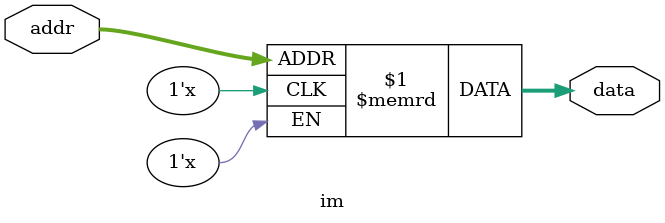
<source format=v>
`include "defs.vh"
module im (
  input [31:0] addr,
  output [31:0] data
);

localparam MEM_SIZE = 4096;
reg [31:0] instr_mem [MEM_SIZE-1:0];

assign data = instr_mem[addr];
  
endmodule
</source>
